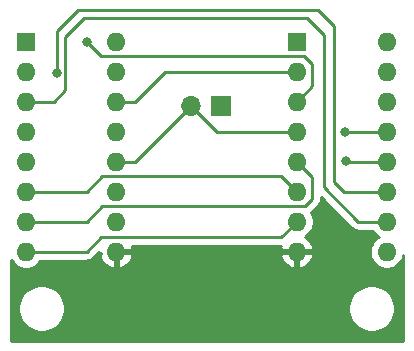
<source format=gbr>
%TF.GenerationSoftware,KiCad,Pcbnew,(5.1.9)-1*%
%TF.CreationDate,2021-09-28T11:41:38-07:00*%
%TF.ProjectId,Apple2to1,4170706c-6532-4746-9f31-2e6b69636164,rev?*%
%TF.SameCoordinates,Original*%
%TF.FileFunction,Copper,L2,Bot*%
%TF.FilePolarity,Positive*%
%FSLAX46Y46*%
G04 Gerber Fmt 4.6, Leading zero omitted, Abs format (unit mm)*
G04 Created by KiCad (PCBNEW (5.1.9)-1) date 2021-09-28 11:41:38*
%MOMM*%
%LPD*%
G01*
G04 APERTURE LIST*
%TA.AperFunction,ComponentPad*%
%ADD10R,1.700000X1.700000*%
%TD*%
%TA.AperFunction,ComponentPad*%
%ADD11O,1.700000X1.700000*%
%TD*%
%TA.AperFunction,ComponentPad*%
%ADD12O,1.600000X1.600000*%
%TD*%
%TA.AperFunction,ComponentPad*%
%ADD13R,1.600000X1.600000*%
%TD*%
%TA.AperFunction,ViaPad*%
%ADD14C,0.800000*%
%TD*%
%TA.AperFunction,Conductor*%
%ADD15C,0.250000*%
%TD*%
%TA.AperFunction,Conductor*%
%ADD16C,0.254000*%
%TD*%
%TA.AperFunction,Conductor*%
%ADD17C,0.100000*%
%TD*%
G04 APERTURE END LIST*
D10*
%TO.P,J3,1*%
%TO.N,+5V*%
X124400000Y-99400000D03*
D11*
%TO.P,J3,2*%
%TO.N,Net-(J1-Pad4)*%
X121860000Y-99400000D03*
%TD*%
D12*
%TO.P,J2,16*%
%TO.N,+5V*%
X115520000Y-93980000D03*
%TO.P,J2,8*%
%TO.N,/data7*%
X107900000Y-111760000D03*
%TO.P,J2,15*%
%TO.N,+5V*%
X115520000Y-96520000D03*
%TO.P,J2,7*%
%TO.N,/data6*%
X107900000Y-109220000D03*
%TO.P,J2,14*%
%TO.N,/strobe*%
X115520000Y-99060000D03*
%TO.P,J2,6*%
%TO.N,/data5*%
X107900000Y-106680000D03*
%TO.P,J2,13*%
%TO.N,N/C*%
X115520000Y-101600000D03*
%TO.P,J2,5*%
%TO.N,/data1*%
X107900000Y-104140000D03*
%TO.P,J2,12*%
%TO.N,Net-(J1-Pad4)*%
X115520000Y-104140000D03*
%TO.P,J2,4*%
%TO.N,/data2*%
X107900000Y-101600000D03*
%TO.P,J2,11*%
%TO.N,-12V*%
X115520000Y-106680000D03*
%TO.P,J2,3*%
%TO.N,/data3*%
X107900000Y-99060000D03*
%TO.P,J2,10*%
%TO.N,N/C*%
X115520000Y-109220000D03*
%TO.P,J2,2*%
%TO.N,/data4*%
X107900000Y-96520000D03*
%TO.P,J2,9*%
%TO.N,GND*%
X115520000Y-111760000D03*
D13*
%TO.P,J2,1*%
%TO.N,/reset*%
X107900000Y-93980000D03*
%TD*%
D12*
%TO.P,J1,16*%
%TO.N,N/C*%
X138430000Y-93980000D03*
%TO.P,J1,8*%
%TO.N,GND*%
X130810000Y-111760000D03*
%TO.P,J1,15*%
%TO.N,-12V*%
X138430000Y-96520000D03*
%TO.P,J1,7*%
%TO.N,/data7*%
X130810000Y-109220000D03*
%TO.P,J1,14*%
%TO.N,N/C*%
X138430000Y-99060000D03*
%TO.P,J1,6*%
%TO.N,/data5*%
X130810000Y-106680000D03*
%TO.P,J1,13*%
%TO.N,/data2*%
X138430000Y-101600000D03*
%TO.P,J1,5*%
%TO.N,/data6*%
X130810000Y-104140000D03*
%TO.P,J1,12*%
%TO.N,/data1*%
X138430000Y-104140000D03*
%TO.P,J1,4*%
%TO.N,Net-(J1-Pad4)*%
X130810000Y-101600000D03*
%TO.P,J1,11*%
%TO.N,/data4*%
X138430000Y-106680000D03*
%TO.P,J1,3*%
%TO.N,/reset*%
X130810000Y-99060000D03*
%TO.P,J1,10*%
%TO.N,/data3*%
X138430000Y-109220000D03*
%TO.P,J1,2*%
%TO.N,/strobe*%
X130810000Y-96520000D03*
%TO.P,J1,9*%
%TO.N,N/C*%
X138430000Y-111760000D03*
D13*
%TO.P,J1,1*%
%TO.N,+5V*%
X130810000Y-93980000D03*
%TD*%
D14*
%TO.N,/data2*%
X134900000Y-101600000D03*
%TO.N,/data1*%
X135000000Y-104100000D03*
%TO.N,/data4*%
X110500000Y-96600000D03*
%TO.N,/reset*%
X113030000Y-93980000D03*
%TD*%
D15*
%TO.N,/data2*%
X138430000Y-101600000D02*
X134900000Y-101600000D01*
%TO.N,/data1*%
X135040000Y-104140000D02*
X135000000Y-104100000D01*
X138430000Y-104140000D02*
X135040000Y-104140000D01*
%TO.N,/data4*%
X134000000Y-92700000D02*
X132600000Y-91300000D01*
X138430000Y-106680000D02*
X134816998Y-106680000D01*
X134816998Y-106680000D02*
X134000000Y-105863002D01*
X110500000Y-93100000D02*
X110500000Y-96600000D01*
X134000000Y-105863002D02*
X134000000Y-92700000D01*
X112300000Y-91300000D02*
X110500000Y-93100000D01*
X132600000Y-91300000D02*
X112300000Y-91300000D01*
%TO.N,/data3*%
X110240000Y-99060000D02*
X107900000Y-99060000D01*
X111225001Y-93574999D02*
X111225001Y-98074999D01*
X112800000Y-92000000D02*
X111225001Y-93574999D01*
X111225001Y-98074999D02*
X110240000Y-99060000D01*
X131700000Y-92000000D02*
X112800000Y-92000000D01*
X133100000Y-93400000D02*
X131700000Y-92000000D01*
X133100000Y-106300000D02*
X133100000Y-93400000D01*
X136020000Y-109220000D02*
X133100000Y-106300000D01*
X138430000Y-109220000D02*
X136020000Y-109220000D01*
%TO.N,/data7*%
X129530000Y-110500000D02*
X130810000Y-109220000D01*
X114290000Y-110500000D02*
X129530000Y-110500000D01*
X113030000Y-111760000D02*
X114290000Y-110500000D01*
X107900000Y-111760000D02*
X113030000Y-111760000D01*
%TO.N,/data5*%
X114310000Y-105400000D02*
X129530000Y-105400000D01*
X129530000Y-105400000D02*
X130810000Y-106680000D01*
X113030000Y-106680000D02*
X114310000Y-105400000D01*
X107900000Y-106680000D02*
X113030000Y-106680000D01*
%TO.N,/data6*%
X132100000Y-105430000D02*
X130810000Y-104140000D01*
X132100000Y-107300000D02*
X132100000Y-105430000D01*
X131500000Y-107900000D02*
X132100000Y-107300000D01*
X114350000Y-107900000D02*
X131500000Y-107900000D01*
X113030000Y-109220000D02*
X114350000Y-107900000D01*
X107900000Y-109220000D02*
X113030000Y-109220000D01*
%TO.N,/reset*%
X113030000Y-93980000D02*
X114250000Y-95200000D01*
X114250000Y-95200000D02*
X131400000Y-95200000D01*
X132100000Y-95900000D02*
X132100000Y-97770000D01*
X131400000Y-95200000D02*
X132100000Y-95900000D01*
X132100000Y-97770000D02*
X130810000Y-99060000D01*
%TO.N,/strobe*%
X117140000Y-99060000D02*
X119680000Y-96520000D01*
X115570000Y-99060000D02*
X117140000Y-99060000D01*
X119680000Y-96520000D02*
X130810000Y-96520000D01*
%TO.N,Net-(J1-Pad4)*%
X117120000Y-104140000D02*
X121860000Y-99400000D01*
X115570000Y-104140000D02*
X117120000Y-104140000D01*
X121860000Y-99400000D02*
X124060000Y-101600000D01*
X124060000Y-101600000D02*
X130810000Y-101600000D01*
%TD*%
D16*
%TO.N,GND*%
X135456201Y-109731003D02*
X135479999Y-109760001D01*
X135508997Y-109783799D01*
X135595724Y-109854974D01*
X135727753Y-109925546D01*
X135871014Y-109969003D01*
X136020000Y-109983677D01*
X136057333Y-109980000D01*
X137211957Y-109980000D01*
X137315363Y-110134759D01*
X137515241Y-110334637D01*
X137747759Y-110490000D01*
X137515241Y-110645363D01*
X137315363Y-110845241D01*
X137158320Y-111080273D01*
X137050147Y-111341426D01*
X136995000Y-111618665D01*
X136995000Y-111901335D01*
X137050147Y-112178574D01*
X137158320Y-112439727D01*
X137315363Y-112674759D01*
X137515241Y-112874637D01*
X137750273Y-113031680D01*
X138011426Y-113139853D01*
X138288665Y-113195000D01*
X138571335Y-113195000D01*
X138848574Y-113139853D01*
X139109727Y-113031680D01*
X139344759Y-112874637D01*
X139544637Y-112674759D01*
X139701680Y-112439727D01*
X139809853Y-112178574D01*
X139840001Y-112027013D01*
X139840001Y-119340000D01*
X106660000Y-119340000D01*
X106660000Y-116374495D01*
X107235000Y-116374495D01*
X107235000Y-116765505D01*
X107311282Y-117149003D01*
X107460915Y-117510250D01*
X107678149Y-117835364D01*
X107954636Y-118111851D01*
X108279750Y-118329085D01*
X108640997Y-118478718D01*
X109024495Y-118555000D01*
X109415505Y-118555000D01*
X109799003Y-118478718D01*
X110160250Y-118329085D01*
X110485364Y-118111851D01*
X110761851Y-117835364D01*
X110979085Y-117510250D01*
X111128718Y-117149003D01*
X111205000Y-116765505D01*
X111205000Y-116374495D01*
X135175000Y-116374495D01*
X135175000Y-116765505D01*
X135251282Y-117149003D01*
X135400915Y-117510250D01*
X135618149Y-117835364D01*
X135894636Y-118111851D01*
X136219750Y-118329085D01*
X136580997Y-118478718D01*
X136964495Y-118555000D01*
X137355505Y-118555000D01*
X137739003Y-118478718D01*
X138100250Y-118329085D01*
X138425364Y-118111851D01*
X138701851Y-117835364D01*
X138919085Y-117510250D01*
X139068718Y-117149003D01*
X139145000Y-116765505D01*
X139145000Y-116374495D01*
X139068718Y-115990997D01*
X138919085Y-115629750D01*
X138701851Y-115304636D01*
X138425364Y-115028149D01*
X138100250Y-114810915D01*
X137739003Y-114661282D01*
X137355505Y-114585000D01*
X136964495Y-114585000D01*
X136580997Y-114661282D01*
X136219750Y-114810915D01*
X135894636Y-115028149D01*
X135618149Y-115304636D01*
X135400915Y-115629750D01*
X135251282Y-115990997D01*
X135175000Y-116374495D01*
X111205000Y-116374495D01*
X111128718Y-115990997D01*
X110979085Y-115629750D01*
X110761851Y-115304636D01*
X110485364Y-115028149D01*
X110160250Y-114810915D01*
X109799003Y-114661282D01*
X109415505Y-114585000D01*
X109024495Y-114585000D01*
X108640997Y-114661282D01*
X108279750Y-114810915D01*
X107954636Y-115028149D01*
X107678149Y-115304636D01*
X107460915Y-115629750D01*
X107311282Y-115990997D01*
X107235000Y-116374495D01*
X106660000Y-116374495D01*
X106660000Y-112487140D01*
X106785363Y-112674759D01*
X106985241Y-112874637D01*
X107220273Y-113031680D01*
X107481426Y-113139853D01*
X107758665Y-113195000D01*
X108041335Y-113195000D01*
X108318574Y-113139853D01*
X108579727Y-113031680D01*
X108814759Y-112874637D01*
X109014637Y-112674759D01*
X109118043Y-112520000D01*
X112992678Y-112520000D01*
X113030000Y-112523676D01*
X113067322Y-112520000D01*
X113067333Y-112520000D01*
X113178986Y-112509003D01*
X113322247Y-112465546D01*
X113454276Y-112394974D01*
X113570001Y-112300001D01*
X113593804Y-112270997D01*
X114085000Y-111779802D01*
X114085000Y-111887002D01*
X114250084Y-111887002D01*
X114128096Y-112109039D01*
X114168754Y-112243087D01*
X114288963Y-112497420D01*
X114456481Y-112723414D01*
X114664869Y-112912385D01*
X114906119Y-113057070D01*
X115170960Y-113151909D01*
X115393000Y-113030624D01*
X115393000Y-111887000D01*
X115647000Y-111887000D01*
X115647000Y-113030624D01*
X115869040Y-113151909D01*
X116133881Y-113057070D01*
X116375131Y-112912385D01*
X116583519Y-112723414D01*
X116751037Y-112497420D01*
X116871246Y-112243087D01*
X116911904Y-112109039D01*
X129418096Y-112109039D01*
X129458754Y-112243087D01*
X129578963Y-112497420D01*
X129746481Y-112723414D01*
X129954869Y-112912385D01*
X130196119Y-113057070D01*
X130460960Y-113151909D01*
X130683000Y-113030624D01*
X130683000Y-111887000D01*
X130937000Y-111887000D01*
X130937000Y-113030624D01*
X131159040Y-113151909D01*
X131423881Y-113057070D01*
X131665131Y-112912385D01*
X131873519Y-112723414D01*
X132041037Y-112497420D01*
X132161246Y-112243087D01*
X132201904Y-112109039D01*
X132079915Y-111887000D01*
X130937000Y-111887000D01*
X130683000Y-111887000D01*
X129540085Y-111887000D01*
X129418096Y-112109039D01*
X116911904Y-112109039D01*
X116789915Y-111887000D01*
X115647000Y-111887000D01*
X115393000Y-111887000D01*
X115373000Y-111887000D01*
X115373000Y-111633000D01*
X115393000Y-111633000D01*
X115393000Y-111613000D01*
X115647000Y-111613000D01*
X115647000Y-111633000D01*
X116789915Y-111633000D01*
X116911904Y-111410961D01*
X116871246Y-111276913D01*
X116863252Y-111260000D01*
X129466748Y-111260000D01*
X129458754Y-111276913D01*
X129418096Y-111410961D01*
X129540085Y-111633000D01*
X130683000Y-111633000D01*
X130683000Y-111613000D01*
X130937000Y-111613000D01*
X130937000Y-111633000D01*
X132079915Y-111633000D01*
X132201904Y-111410961D01*
X132161246Y-111276913D01*
X132041037Y-111022580D01*
X131873519Y-110796586D01*
X131665131Y-110607615D01*
X131479135Y-110496067D01*
X131489727Y-110491680D01*
X131724759Y-110334637D01*
X131924637Y-110134759D01*
X132081680Y-109899727D01*
X132189853Y-109638574D01*
X132245000Y-109361335D01*
X132245000Y-109078665D01*
X132189853Y-108801426D01*
X132081680Y-108540273D01*
X132023648Y-108453422D01*
X132040001Y-108440001D01*
X132063803Y-108410998D01*
X132611004Y-107863798D01*
X132640001Y-107840001D01*
X132713031Y-107751014D01*
X132734974Y-107724277D01*
X132805546Y-107592247D01*
X132840892Y-107475724D01*
X132849003Y-107448986D01*
X132860000Y-107337333D01*
X132860000Y-107337324D01*
X132863676Y-107300001D01*
X132860000Y-107262678D01*
X132860000Y-107134801D01*
X135456201Y-109731003D01*
%TA.AperFunction,Conductor*%
D17*
G36*
X135456201Y-109731003D02*
G01*
X135479999Y-109760001D01*
X135508997Y-109783799D01*
X135595724Y-109854974D01*
X135727753Y-109925546D01*
X135871014Y-109969003D01*
X136020000Y-109983677D01*
X136057333Y-109980000D01*
X137211957Y-109980000D01*
X137315363Y-110134759D01*
X137515241Y-110334637D01*
X137747759Y-110490000D01*
X137515241Y-110645363D01*
X137315363Y-110845241D01*
X137158320Y-111080273D01*
X137050147Y-111341426D01*
X136995000Y-111618665D01*
X136995000Y-111901335D01*
X137050147Y-112178574D01*
X137158320Y-112439727D01*
X137315363Y-112674759D01*
X137515241Y-112874637D01*
X137750273Y-113031680D01*
X138011426Y-113139853D01*
X138288665Y-113195000D01*
X138571335Y-113195000D01*
X138848574Y-113139853D01*
X139109727Y-113031680D01*
X139344759Y-112874637D01*
X139544637Y-112674759D01*
X139701680Y-112439727D01*
X139809853Y-112178574D01*
X139840001Y-112027013D01*
X139840001Y-119340000D01*
X106660000Y-119340000D01*
X106660000Y-116374495D01*
X107235000Y-116374495D01*
X107235000Y-116765505D01*
X107311282Y-117149003D01*
X107460915Y-117510250D01*
X107678149Y-117835364D01*
X107954636Y-118111851D01*
X108279750Y-118329085D01*
X108640997Y-118478718D01*
X109024495Y-118555000D01*
X109415505Y-118555000D01*
X109799003Y-118478718D01*
X110160250Y-118329085D01*
X110485364Y-118111851D01*
X110761851Y-117835364D01*
X110979085Y-117510250D01*
X111128718Y-117149003D01*
X111205000Y-116765505D01*
X111205000Y-116374495D01*
X135175000Y-116374495D01*
X135175000Y-116765505D01*
X135251282Y-117149003D01*
X135400915Y-117510250D01*
X135618149Y-117835364D01*
X135894636Y-118111851D01*
X136219750Y-118329085D01*
X136580997Y-118478718D01*
X136964495Y-118555000D01*
X137355505Y-118555000D01*
X137739003Y-118478718D01*
X138100250Y-118329085D01*
X138425364Y-118111851D01*
X138701851Y-117835364D01*
X138919085Y-117510250D01*
X139068718Y-117149003D01*
X139145000Y-116765505D01*
X139145000Y-116374495D01*
X139068718Y-115990997D01*
X138919085Y-115629750D01*
X138701851Y-115304636D01*
X138425364Y-115028149D01*
X138100250Y-114810915D01*
X137739003Y-114661282D01*
X137355505Y-114585000D01*
X136964495Y-114585000D01*
X136580997Y-114661282D01*
X136219750Y-114810915D01*
X135894636Y-115028149D01*
X135618149Y-115304636D01*
X135400915Y-115629750D01*
X135251282Y-115990997D01*
X135175000Y-116374495D01*
X111205000Y-116374495D01*
X111128718Y-115990997D01*
X110979085Y-115629750D01*
X110761851Y-115304636D01*
X110485364Y-115028149D01*
X110160250Y-114810915D01*
X109799003Y-114661282D01*
X109415505Y-114585000D01*
X109024495Y-114585000D01*
X108640997Y-114661282D01*
X108279750Y-114810915D01*
X107954636Y-115028149D01*
X107678149Y-115304636D01*
X107460915Y-115629750D01*
X107311282Y-115990997D01*
X107235000Y-116374495D01*
X106660000Y-116374495D01*
X106660000Y-112487140D01*
X106785363Y-112674759D01*
X106985241Y-112874637D01*
X107220273Y-113031680D01*
X107481426Y-113139853D01*
X107758665Y-113195000D01*
X108041335Y-113195000D01*
X108318574Y-113139853D01*
X108579727Y-113031680D01*
X108814759Y-112874637D01*
X109014637Y-112674759D01*
X109118043Y-112520000D01*
X112992678Y-112520000D01*
X113030000Y-112523676D01*
X113067322Y-112520000D01*
X113067333Y-112520000D01*
X113178986Y-112509003D01*
X113322247Y-112465546D01*
X113454276Y-112394974D01*
X113570001Y-112300001D01*
X113593804Y-112270997D01*
X114085000Y-111779802D01*
X114085000Y-111887002D01*
X114250084Y-111887002D01*
X114128096Y-112109039D01*
X114168754Y-112243087D01*
X114288963Y-112497420D01*
X114456481Y-112723414D01*
X114664869Y-112912385D01*
X114906119Y-113057070D01*
X115170960Y-113151909D01*
X115393000Y-113030624D01*
X115393000Y-111887000D01*
X115647000Y-111887000D01*
X115647000Y-113030624D01*
X115869040Y-113151909D01*
X116133881Y-113057070D01*
X116375131Y-112912385D01*
X116583519Y-112723414D01*
X116751037Y-112497420D01*
X116871246Y-112243087D01*
X116911904Y-112109039D01*
X129418096Y-112109039D01*
X129458754Y-112243087D01*
X129578963Y-112497420D01*
X129746481Y-112723414D01*
X129954869Y-112912385D01*
X130196119Y-113057070D01*
X130460960Y-113151909D01*
X130683000Y-113030624D01*
X130683000Y-111887000D01*
X130937000Y-111887000D01*
X130937000Y-113030624D01*
X131159040Y-113151909D01*
X131423881Y-113057070D01*
X131665131Y-112912385D01*
X131873519Y-112723414D01*
X132041037Y-112497420D01*
X132161246Y-112243087D01*
X132201904Y-112109039D01*
X132079915Y-111887000D01*
X130937000Y-111887000D01*
X130683000Y-111887000D01*
X129540085Y-111887000D01*
X129418096Y-112109039D01*
X116911904Y-112109039D01*
X116789915Y-111887000D01*
X115647000Y-111887000D01*
X115393000Y-111887000D01*
X115373000Y-111887000D01*
X115373000Y-111633000D01*
X115393000Y-111633000D01*
X115393000Y-111613000D01*
X115647000Y-111613000D01*
X115647000Y-111633000D01*
X116789915Y-111633000D01*
X116911904Y-111410961D01*
X116871246Y-111276913D01*
X116863252Y-111260000D01*
X129466748Y-111260000D01*
X129458754Y-111276913D01*
X129418096Y-111410961D01*
X129540085Y-111633000D01*
X130683000Y-111633000D01*
X130683000Y-111613000D01*
X130937000Y-111613000D01*
X130937000Y-111633000D01*
X132079915Y-111633000D01*
X132201904Y-111410961D01*
X132161246Y-111276913D01*
X132041037Y-111022580D01*
X131873519Y-110796586D01*
X131665131Y-110607615D01*
X131479135Y-110496067D01*
X131489727Y-110491680D01*
X131724759Y-110334637D01*
X131924637Y-110134759D01*
X132081680Y-109899727D01*
X132189853Y-109638574D01*
X132245000Y-109361335D01*
X132245000Y-109078665D01*
X132189853Y-108801426D01*
X132081680Y-108540273D01*
X132023648Y-108453422D01*
X132040001Y-108440001D01*
X132063803Y-108410998D01*
X132611004Y-107863798D01*
X132640001Y-107840001D01*
X132713031Y-107751014D01*
X132734974Y-107724277D01*
X132805546Y-107592247D01*
X132840892Y-107475724D01*
X132849003Y-107448986D01*
X132860000Y-107337333D01*
X132860000Y-107337324D01*
X132863676Y-107300001D01*
X132860000Y-107262678D01*
X132860000Y-107134801D01*
X135456201Y-109731003D01*
G37*
%TD.AperFunction*%
%TD*%
M02*

</source>
